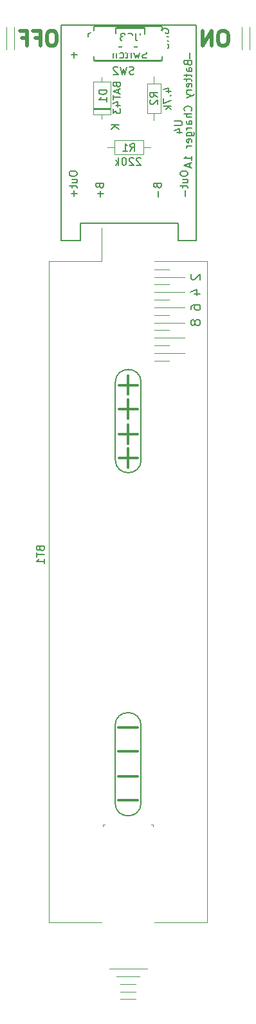
<source format=gbo>
G04 #@! TF.GenerationSoftware,KiCad,Pcbnew,7.0.1*
G04 #@! TF.CreationDate,2023-04-26T20:27:31+02:00*
G04 #@! TF.ProjectId,ispindel_kicad,69737069-6e64-4656-9c5f-6b696361642e,rev?*
G04 #@! TF.SameCoordinates,Original*
G04 #@! TF.FileFunction,Legend,Bot*
G04 #@! TF.FilePolarity,Positive*
%FSLAX46Y46*%
G04 Gerber Fmt 4.6, Leading zero omitted, Abs format (unit mm)*
G04 Created by KiCad (PCBNEW 7.0.1) date 2023-04-26 20:27:31*
%MOMM*%
%LPD*%
G01*
G04 APERTURE LIST*
%ADD10C,0.150000*%
%ADD11C,0.120000*%
%ADD12C,0.500000*%
%ADD13C,0.350000*%
%ADD14C,2.400000*%
%ADD15O,2.400000X2.400000*%
%ADD16R,1.500000X1.500000*%
%ADD17C,1.500000*%
%ADD18C,2.000000*%
%ADD19R,2.000000X2.000000*%
%ADD20O,2.000000X1.600000*%
%ADD21R,2.800000X2.800000*%
%ADD22O,2.200000X3.500000*%
%ADD23R,1.500000X2.500000*%
%ADD24O,1.500000X2.500000*%
%ADD25C,1.400000*%
%ADD26O,1.400000X1.400000*%
%ADD27R,6.350000X17.340000*%
%ADD28R,1.600000X1.600000*%
%ADD29O,1.600000X1.600000*%
G04 APERTURE END LIST*
D10*
X150735260Y-42959270D02*
X150782880Y-42864030D01*
X150782880Y-43149740D02*
X150735260Y-43054500D01*
X149259070Y-43244980D02*
X149259070Y-42578310D01*
X158240770Y-77765980D02*
X158300290Y-77825500D01*
X147878110Y-43244980D02*
X148068590Y-43244980D01*
X157705050Y-77825500D02*
X157764580Y-77765980D01*
X157169340Y-77825500D02*
X157109820Y-77944550D01*
X144342400Y-43542600D02*
X144342400Y-39292600D01*
X157109820Y-72182650D02*
X157169340Y-72301700D01*
D11*
X152294340Y-80063600D02*
X156294340Y-80063600D01*
D10*
X157407440Y-75765980D02*
X157645530Y-75706460D01*
X147232400Y-41762000D02*
X151032400Y-41762000D01*
X151306690Y-42435460D02*
X151259070Y-42340220D01*
X158359820Y-77944550D02*
X158359820Y-78182650D01*
D11*
X152294340Y-76063600D02*
X156294340Y-76063600D01*
X152294340Y-75063600D02*
X154294340Y-75063600D01*
X152294340Y-83063600D02*
X154294340Y-83063600D01*
D10*
X157407440Y-77706460D02*
X157347910Y-77706460D01*
X149259070Y-42244980D02*
X149306690Y-42292600D01*
X151259070Y-42340220D02*
X151211450Y-42292600D01*
D11*
X152294340Y-82063600D02*
X156294340Y-82063600D01*
D10*
X157228860Y-78361220D02*
X157347910Y-78420740D01*
D11*
X133860000Y-42120000D02*
X133860000Y-39120000D01*
D10*
X157526480Y-78361220D02*
X157586010Y-78301700D01*
X150401920Y-42578310D02*
X150211450Y-43244980D01*
X147211450Y-42578310D02*
X147306690Y-42625930D01*
X157466960Y-72420740D02*
X157645530Y-72361220D01*
X157705050Y-78301700D02*
X157645530Y-78182650D01*
D11*
X147828000Y-166120000D02*
X149860000Y-166120000D01*
D10*
X148782880Y-42244980D02*
X148782880Y-43102120D01*
X158359820Y-76182650D02*
X158300290Y-76301700D01*
X158359820Y-71646930D02*
X158359820Y-72420740D01*
X148068590Y-42578310D02*
X147878110Y-42578310D01*
X151259070Y-42625930D02*
X151306690Y-42530700D01*
X157347910Y-77706460D02*
X157228860Y-77765980D01*
X148211450Y-43149740D02*
X148259070Y-43054500D01*
X147232400Y-39262000D02*
X147232400Y-41762000D01*
X150830500Y-43197360D02*
X150782880Y-43149740D01*
X158300290Y-77825500D02*
X158359820Y-77944550D01*
D11*
X152294340Y-77063600D02*
X154294340Y-77063600D01*
D10*
X151211450Y-42292600D02*
X151116210Y-42244980D01*
X157109820Y-76063600D02*
X157169340Y-75944550D01*
X157764580Y-78361220D02*
X157705050Y-78301700D01*
X150878110Y-42244980D02*
X150735260Y-42292600D01*
X147306690Y-42625930D02*
X147354300Y-42673550D01*
X157169340Y-78301700D02*
X157228860Y-78361220D01*
D11*
X164860000Y-39120000D02*
X164860000Y-42120000D01*
D10*
X148640020Y-43244980D02*
X148544780Y-43244980D01*
X149259070Y-42244980D02*
X149259070Y-42340220D01*
X158359820Y-78182650D02*
X158300290Y-78301700D01*
X151116210Y-42721170D02*
X151211450Y-42673550D01*
X150735260Y-43054500D02*
X150735260Y-42959270D01*
X157407440Y-78420740D02*
X157526480Y-78361220D01*
X148925730Y-42578310D02*
X148544780Y-42578310D01*
X157764580Y-77765980D02*
X157883630Y-77706460D01*
X157883630Y-77706460D02*
X158121720Y-77706460D01*
X149211450Y-42292600D02*
X149259070Y-42244980D01*
X157228860Y-77765980D02*
X157169340Y-77825500D01*
X148211450Y-42673550D02*
X148163830Y-42625930D01*
X153342400Y-43542600D02*
X144342400Y-43542600D01*
D11*
X152294340Y-78063600D02*
X156294340Y-78063600D01*
D10*
X157169340Y-72301700D02*
X157228860Y-72361220D01*
D11*
X147828000Y-167120000D02*
X149860000Y-167120000D01*
D10*
X157228860Y-72361220D02*
X157347910Y-72420740D01*
D11*
X147320000Y-164120000D02*
X150368000Y-164120000D01*
D10*
X157109820Y-77944550D02*
X157109820Y-78182650D01*
X151211450Y-42673550D02*
X151259070Y-42625930D01*
X146925730Y-43244980D02*
X146925730Y-42721170D01*
X158300290Y-75825500D02*
X158359820Y-75944550D01*
X157645530Y-77944550D02*
X157586010Y-77825500D01*
X151306690Y-43197360D02*
X151163830Y-43244980D01*
X157109820Y-76301700D02*
X157109820Y-76063600D01*
X148782880Y-43102120D02*
X148735260Y-43197360D01*
X153342400Y-39042600D02*
X153342400Y-43542600D01*
X157169340Y-71765980D02*
X157109820Y-71885030D01*
D11*
X147828000Y-165120000D02*
X149860000Y-165120000D01*
X146360000Y-163120000D02*
X151360000Y-163120000D01*
D10*
X157705050Y-76361220D02*
X157645530Y-76301700D01*
X150020970Y-42768790D02*
X149830500Y-43244980D01*
X158359820Y-75944550D02*
X158359820Y-76182650D01*
X157347910Y-78420740D02*
X157407440Y-78420740D01*
X146973350Y-42625930D02*
X147068590Y-42578310D01*
X158121720Y-75706460D02*
X158240770Y-75765980D01*
X157526480Y-77765980D02*
X157407440Y-77706460D01*
X157645530Y-75706460D02*
X158121720Y-75706460D01*
X144342400Y-39042600D02*
X148842400Y-39042600D01*
X157526480Y-74301700D02*
X158359820Y-74301700D01*
X157109820Y-78182650D02*
X157169340Y-78301700D01*
X148163830Y-43197360D02*
X148211450Y-43149740D01*
X147782880Y-43197360D02*
X147878110Y-43244980D01*
X157586010Y-75944550D02*
X157645530Y-75825500D01*
X157586010Y-78301700D02*
X157645530Y-78182650D01*
X146925730Y-42721170D02*
X146973350Y-42625930D01*
X157228860Y-75885030D02*
X157407440Y-75765980D01*
X158240770Y-75765980D02*
X158300290Y-75825500D01*
X158121720Y-76420740D02*
X157824100Y-76420740D01*
D11*
X152294340Y-72063600D02*
X156294340Y-72063600D01*
D10*
X150925730Y-42768790D02*
X151116210Y-42721170D01*
X157169340Y-75944550D02*
X157228860Y-75885030D01*
X157943150Y-73706460D02*
X157943150Y-74480270D01*
D11*
X152294340Y-79063600D02*
X154294340Y-79063600D01*
D10*
X157705050Y-75765980D02*
X157824100Y-75706460D01*
X158300290Y-76301700D02*
X158240770Y-76361220D01*
X157883630Y-78420740D02*
X157764580Y-78361220D01*
X158300290Y-78301700D02*
X158240770Y-78361220D01*
X157645530Y-77944550D02*
X157705050Y-77825500D01*
X158121720Y-78420740D02*
X157883630Y-78420740D01*
X150782880Y-42864030D02*
X150830500Y-42816410D01*
X148259070Y-42768790D02*
X148211450Y-42673550D01*
X149306690Y-42292600D02*
X149259070Y-42340220D01*
X157645530Y-78182650D02*
X157645530Y-77944550D01*
X151116210Y-42244980D02*
X150878110Y-42244980D01*
X147068590Y-42578310D02*
X147211450Y-42578310D01*
X147354300Y-43244980D02*
X147354300Y-42244980D01*
X157645530Y-72361220D02*
X158359820Y-71646930D01*
X148842400Y-39042600D02*
X153342400Y-39042600D01*
X147878110Y-42578310D02*
X147782880Y-42625930D01*
X157050290Y-74004080D02*
X157943150Y-73706460D01*
X150830500Y-42816410D02*
X150925730Y-42768790D01*
X157586010Y-77825500D02*
X157526480Y-77765980D01*
D11*
X152294340Y-71063600D02*
X154294340Y-71063600D01*
X132860000Y-39120000D02*
X132860000Y-42120000D01*
X152294340Y-81063600D02*
X154294340Y-81063600D01*
D10*
X157347910Y-72420740D02*
X157466960Y-72420740D01*
X157824100Y-76420740D02*
X157705050Y-76361220D01*
X150211450Y-43244980D02*
X150020970Y-42768790D01*
X157645530Y-76301700D02*
X157586010Y-76182650D01*
X158240770Y-78361220D02*
X158121720Y-78420740D01*
X157586010Y-76182650D02*
X157586010Y-75944550D01*
X151163830Y-43244980D02*
X150925730Y-43244980D01*
X148735260Y-43197360D02*
X148640020Y-43244980D01*
X149830500Y-43244980D02*
X149640020Y-42578310D01*
D11*
X163860000Y-39120000D02*
X163860000Y-42120000D01*
D10*
X148259070Y-43054500D02*
X148259070Y-42768790D01*
D11*
X152294340Y-73063600D02*
X154294340Y-73063600D01*
D10*
X158121720Y-77706460D02*
X158240770Y-77765980D01*
X158240770Y-76361220D02*
X158121720Y-76420740D01*
X157228860Y-71706460D02*
X157169340Y-71765980D01*
X148163830Y-42625930D02*
X148068590Y-42578310D01*
X148068590Y-43244980D02*
X148163830Y-43197360D01*
X151032400Y-39262000D02*
X147332400Y-39262000D01*
X144342400Y-39292600D02*
X144342400Y-39042600D01*
X151032400Y-41762000D02*
X151032400Y-39262000D01*
D11*
X152294340Y-74063600D02*
X156294340Y-74063600D01*
D10*
X149259070Y-42340220D02*
X149211450Y-42292600D01*
X157109820Y-71885030D02*
X157109820Y-72182650D01*
X157645530Y-75825500D02*
X157705050Y-75765980D01*
X150925730Y-43244980D02*
X150830500Y-43197360D01*
X151306690Y-42530700D02*
X151306690Y-42435460D01*
D12*
X161563095Y-39625238D02*
X161182142Y-39625238D01*
X161182142Y-39625238D02*
X160991666Y-39720476D01*
X160991666Y-39720476D02*
X160801190Y-39910952D01*
X160801190Y-39910952D02*
X160705952Y-40291904D01*
X160705952Y-40291904D02*
X160705952Y-40958571D01*
X160705952Y-40958571D02*
X160801190Y-41339523D01*
X160801190Y-41339523D02*
X160991666Y-41530000D01*
X160991666Y-41530000D02*
X161182142Y-41625238D01*
X161182142Y-41625238D02*
X161563095Y-41625238D01*
X161563095Y-41625238D02*
X161753571Y-41530000D01*
X161753571Y-41530000D02*
X161944047Y-41339523D01*
X161944047Y-41339523D02*
X162039285Y-40958571D01*
X162039285Y-40958571D02*
X162039285Y-40291904D01*
X162039285Y-40291904D02*
X161944047Y-39910952D01*
X161944047Y-39910952D02*
X161753571Y-39720476D01*
X161753571Y-39720476D02*
X161563095Y-39625238D01*
X159848809Y-41625238D02*
X159848809Y-39625238D01*
X159848809Y-39625238D02*
X158705952Y-41625238D01*
X158705952Y-41625238D02*
X158705952Y-39625238D01*
X139004762Y-39625238D02*
X138623809Y-39625238D01*
X138623809Y-39625238D02*
X138433333Y-39720476D01*
X138433333Y-39720476D02*
X138242857Y-39910952D01*
X138242857Y-39910952D02*
X138147619Y-40291904D01*
X138147619Y-40291904D02*
X138147619Y-40958571D01*
X138147619Y-40958571D02*
X138242857Y-41339523D01*
X138242857Y-41339523D02*
X138433333Y-41530000D01*
X138433333Y-41530000D02*
X138623809Y-41625238D01*
X138623809Y-41625238D02*
X139004762Y-41625238D01*
X139004762Y-41625238D02*
X139195238Y-41530000D01*
X139195238Y-41530000D02*
X139385714Y-41339523D01*
X139385714Y-41339523D02*
X139480952Y-40958571D01*
X139480952Y-40958571D02*
X139480952Y-40291904D01*
X139480952Y-40291904D02*
X139385714Y-39910952D01*
X139385714Y-39910952D02*
X139195238Y-39720476D01*
X139195238Y-39720476D02*
X139004762Y-39625238D01*
X136623809Y-40577619D02*
X137290476Y-40577619D01*
X137290476Y-41625238D02*
X137290476Y-39625238D01*
X137290476Y-39625238D02*
X136338095Y-39625238D01*
X134909523Y-40577619D02*
X135576190Y-40577619D01*
X135576190Y-41625238D02*
X135576190Y-39625238D01*
X135576190Y-39625238D02*
X134623809Y-39625238D01*
D10*
X154962619Y-51538095D02*
X155772142Y-51538095D01*
X155772142Y-51538095D02*
X155867380Y-51585714D01*
X155867380Y-51585714D02*
X155915000Y-51633333D01*
X155915000Y-51633333D02*
X155962619Y-51728571D01*
X155962619Y-51728571D02*
X155962619Y-51919047D01*
X155962619Y-51919047D02*
X155915000Y-52014285D01*
X155915000Y-52014285D02*
X155867380Y-52061904D01*
X155867380Y-52061904D02*
X155772142Y-52109523D01*
X155772142Y-52109523D02*
X154962619Y-52109523D01*
X155295952Y-53014285D02*
X155962619Y-53014285D01*
X154915000Y-52776190D02*
X155629285Y-52538095D01*
X155629285Y-52538095D02*
X155629285Y-53157142D01*
X141738866Y-42419048D02*
X141738866Y-43180953D01*
X142119819Y-42800000D02*
X141357914Y-42800000D01*
X156713809Y-43907141D02*
X156761428Y-44049998D01*
X156761428Y-44049998D02*
X156809047Y-44097617D01*
X156809047Y-44097617D02*
X156904285Y-44145236D01*
X156904285Y-44145236D02*
X157047142Y-44145236D01*
X157047142Y-44145236D02*
X157142380Y-44097617D01*
X157142380Y-44097617D02*
X157190000Y-44049998D01*
X157190000Y-44049998D02*
X157237619Y-43954760D01*
X157237619Y-43954760D02*
X157237619Y-43573808D01*
X157237619Y-43573808D02*
X156237619Y-43573808D01*
X156237619Y-43573808D02*
X156237619Y-43907141D01*
X156237619Y-43907141D02*
X156285238Y-44002379D01*
X156285238Y-44002379D02*
X156332857Y-44049998D01*
X156332857Y-44049998D02*
X156428095Y-44097617D01*
X156428095Y-44097617D02*
X156523333Y-44097617D01*
X156523333Y-44097617D02*
X156618571Y-44049998D01*
X156618571Y-44049998D02*
X156666190Y-44002379D01*
X156666190Y-44002379D02*
X156713809Y-43907141D01*
X156713809Y-43907141D02*
X156713809Y-43573808D01*
X157237619Y-45002379D02*
X156713809Y-45002379D01*
X156713809Y-45002379D02*
X156618571Y-44954760D01*
X156618571Y-44954760D02*
X156570952Y-44859522D01*
X156570952Y-44859522D02*
X156570952Y-44669046D01*
X156570952Y-44669046D02*
X156618571Y-44573808D01*
X157190000Y-45002379D02*
X157237619Y-44907141D01*
X157237619Y-44907141D02*
X157237619Y-44669046D01*
X157237619Y-44669046D02*
X157190000Y-44573808D01*
X157190000Y-44573808D02*
X157094761Y-44526189D01*
X157094761Y-44526189D02*
X156999523Y-44526189D01*
X156999523Y-44526189D02*
X156904285Y-44573808D01*
X156904285Y-44573808D02*
X156856666Y-44669046D01*
X156856666Y-44669046D02*
X156856666Y-44907141D01*
X156856666Y-44907141D02*
X156809047Y-45002379D01*
X156570952Y-45335713D02*
X156570952Y-45716665D01*
X156237619Y-45478570D02*
X157094761Y-45478570D01*
X157094761Y-45478570D02*
X157190000Y-45526189D01*
X157190000Y-45526189D02*
X157237619Y-45621427D01*
X157237619Y-45621427D02*
X157237619Y-45716665D01*
X156570952Y-45907142D02*
X156570952Y-46288094D01*
X156237619Y-46049999D02*
X157094761Y-46049999D01*
X157094761Y-46049999D02*
X157190000Y-46097618D01*
X157190000Y-46097618D02*
X157237619Y-46192856D01*
X157237619Y-46192856D02*
X157237619Y-46288094D01*
X157190000Y-47002380D02*
X157237619Y-46907142D01*
X157237619Y-46907142D02*
X157237619Y-46716666D01*
X157237619Y-46716666D02*
X157190000Y-46621428D01*
X157190000Y-46621428D02*
X157094761Y-46573809D01*
X157094761Y-46573809D02*
X156713809Y-46573809D01*
X156713809Y-46573809D02*
X156618571Y-46621428D01*
X156618571Y-46621428D02*
X156570952Y-46716666D01*
X156570952Y-46716666D02*
X156570952Y-46907142D01*
X156570952Y-46907142D02*
X156618571Y-47002380D01*
X156618571Y-47002380D02*
X156713809Y-47049999D01*
X156713809Y-47049999D02*
X156809047Y-47049999D01*
X156809047Y-47049999D02*
X156904285Y-46573809D01*
X157237619Y-47478571D02*
X156570952Y-47478571D01*
X156761428Y-47478571D02*
X156666190Y-47526190D01*
X156666190Y-47526190D02*
X156618571Y-47573809D01*
X156618571Y-47573809D02*
X156570952Y-47669047D01*
X156570952Y-47669047D02*
X156570952Y-47764285D01*
X156570952Y-48002381D02*
X157237619Y-48240476D01*
X156570952Y-48478571D02*
X157237619Y-48240476D01*
X157237619Y-48240476D02*
X157475714Y-48145238D01*
X157475714Y-48145238D02*
X157523333Y-48097619D01*
X157523333Y-48097619D02*
X157570952Y-48002381D01*
X157142380Y-50192857D02*
X157190000Y-50145238D01*
X157190000Y-50145238D02*
X157237619Y-50002381D01*
X157237619Y-50002381D02*
X157237619Y-49907143D01*
X157237619Y-49907143D02*
X157190000Y-49764286D01*
X157190000Y-49764286D02*
X157094761Y-49669048D01*
X157094761Y-49669048D02*
X156999523Y-49621429D01*
X156999523Y-49621429D02*
X156809047Y-49573810D01*
X156809047Y-49573810D02*
X156666190Y-49573810D01*
X156666190Y-49573810D02*
X156475714Y-49621429D01*
X156475714Y-49621429D02*
X156380476Y-49669048D01*
X156380476Y-49669048D02*
X156285238Y-49764286D01*
X156285238Y-49764286D02*
X156237619Y-49907143D01*
X156237619Y-49907143D02*
X156237619Y-50002381D01*
X156237619Y-50002381D02*
X156285238Y-50145238D01*
X156285238Y-50145238D02*
X156332857Y-50192857D01*
X157237619Y-50621429D02*
X156237619Y-50621429D01*
X157237619Y-51050000D02*
X156713809Y-51050000D01*
X156713809Y-51050000D02*
X156618571Y-51002381D01*
X156618571Y-51002381D02*
X156570952Y-50907143D01*
X156570952Y-50907143D02*
X156570952Y-50764286D01*
X156570952Y-50764286D02*
X156618571Y-50669048D01*
X156618571Y-50669048D02*
X156666190Y-50621429D01*
X157237619Y-51954762D02*
X156713809Y-51954762D01*
X156713809Y-51954762D02*
X156618571Y-51907143D01*
X156618571Y-51907143D02*
X156570952Y-51811905D01*
X156570952Y-51811905D02*
X156570952Y-51621429D01*
X156570952Y-51621429D02*
X156618571Y-51526191D01*
X157190000Y-51954762D02*
X157237619Y-51859524D01*
X157237619Y-51859524D02*
X157237619Y-51621429D01*
X157237619Y-51621429D02*
X157190000Y-51526191D01*
X157190000Y-51526191D02*
X157094761Y-51478572D01*
X157094761Y-51478572D02*
X156999523Y-51478572D01*
X156999523Y-51478572D02*
X156904285Y-51526191D01*
X156904285Y-51526191D02*
X156856666Y-51621429D01*
X156856666Y-51621429D02*
X156856666Y-51859524D01*
X156856666Y-51859524D02*
X156809047Y-51954762D01*
X157237619Y-52430953D02*
X156570952Y-52430953D01*
X156761428Y-52430953D02*
X156666190Y-52478572D01*
X156666190Y-52478572D02*
X156618571Y-52526191D01*
X156618571Y-52526191D02*
X156570952Y-52621429D01*
X156570952Y-52621429D02*
X156570952Y-52716667D01*
X156570952Y-53478572D02*
X157380476Y-53478572D01*
X157380476Y-53478572D02*
X157475714Y-53430953D01*
X157475714Y-53430953D02*
X157523333Y-53383334D01*
X157523333Y-53383334D02*
X157570952Y-53288096D01*
X157570952Y-53288096D02*
X157570952Y-53145239D01*
X157570952Y-53145239D02*
X157523333Y-53050001D01*
X157190000Y-53478572D02*
X157237619Y-53383334D01*
X157237619Y-53383334D02*
X157237619Y-53192858D01*
X157237619Y-53192858D02*
X157190000Y-53097620D01*
X157190000Y-53097620D02*
X157142380Y-53050001D01*
X157142380Y-53050001D02*
X157047142Y-53002382D01*
X157047142Y-53002382D02*
X156761428Y-53002382D01*
X156761428Y-53002382D02*
X156666190Y-53050001D01*
X156666190Y-53050001D02*
X156618571Y-53097620D01*
X156618571Y-53097620D02*
X156570952Y-53192858D01*
X156570952Y-53192858D02*
X156570952Y-53383334D01*
X156570952Y-53383334D02*
X156618571Y-53478572D01*
X157190000Y-54335715D02*
X157237619Y-54240477D01*
X157237619Y-54240477D02*
X157237619Y-54050001D01*
X157237619Y-54050001D02*
X157190000Y-53954763D01*
X157190000Y-53954763D02*
X157094761Y-53907144D01*
X157094761Y-53907144D02*
X156713809Y-53907144D01*
X156713809Y-53907144D02*
X156618571Y-53954763D01*
X156618571Y-53954763D02*
X156570952Y-54050001D01*
X156570952Y-54050001D02*
X156570952Y-54240477D01*
X156570952Y-54240477D02*
X156618571Y-54335715D01*
X156618571Y-54335715D02*
X156713809Y-54383334D01*
X156713809Y-54383334D02*
X156809047Y-54383334D01*
X156809047Y-54383334D02*
X156904285Y-53907144D01*
X157237619Y-54811906D02*
X156570952Y-54811906D01*
X156761428Y-54811906D02*
X156666190Y-54859525D01*
X156666190Y-54859525D02*
X156618571Y-54907144D01*
X156618571Y-54907144D02*
X156570952Y-55002382D01*
X156570952Y-55002382D02*
X156570952Y-55097620D01*
X157237619Y-56716668D02*
X157237619Y-56145240D01*
X157237619Y-56430954D02*
X156237619Y-56430954D01*
X156237619Y-56430954D02*
X156380476Y-56335716D01*
X156380476Y-56335716D02*
X156475714Y-56240478D01*
X156475714Y-56240478D02*
X156523333Y-56145240D01*
X156951904Y-57097621D02*
X156951904Y-57573811D01*
X157237619Y-57002383D02*
X156237619Y-57335716D01*
X156237619Y-57335716D02*
X157237619Y-57669049D01*
X143619819Y-40457142D02*
X143619819Y-39980952D01*
X143619819Y-39980952D02*
X144096009Y-39933333D01*
X144096009Y-39933333D02*
X144048390Y-39980952D01*
X144048390Y-39980952D02*
X144000771Y-40076190D01*
X144000771Y-40076190D02*
X144000771Y-40314285D01*
X144000771Y-40314285D02*
X144048390Y-40409523D01*
X144048390Y-40409523D02*
X144096009Y-40457142D01*
X144096009Y-40457142D02*
X144191247Y-40504761D01*
X144191247Y-40504761D02*
X144429342Y-40504761D01*
X144429342Y-40504761D02*
X144524580Y-40457142D01*
X144524580Y-40457142D02*
X144572200Y-40409523D01*
X144572200Y-40409523D02*
X144619819Y-40314285D01*
X144619819Y-40314285D02*
X144619819Y-40076190D01*
X144619819Y-40076190D02*
X144572200Y-39980952D01*
X144572200Y-39980952D02*
X144524580Y-39933333D01*
X143953152Y-40838095D02*
X144619819Y-41076190D01*
X144619819Y-41076190D02*
X143953152Y-41314285D01*
X156938866Y-42519048D02*
X156938866Y-43280953D01*
X145096009Y-60052381D02*
X145143628Y-60195238D01*
X145143628Y-60195238D02*
X145191247Y-60242857D01*
X145191247Y-60242857D02*
X145286485Y-60290476D01*
X145286485Y-60290476D02*
X145429342Y-60290476D01*
X145429342Y-60290476D02*
X145524580Y-60242857D01*
X145524580Y-60242857D02*
X145572200Y-60195238D01*
X145572200Y-60195238D02*
X145619819Y-60100000D01*
X145619819Y-60100000D02*
X145619819Y-59719048D01*
X145619819Y-59719048D02*
X144619819Y-59719048D01*
X144619819Y-59719048D02*
X144619819Y-60052381D01*
X144619819Y-60052381D02*
X144667438Y-60147619D01*
X144667438Y-60147619D02*
X144715057Y-60195238D01*
X144715057Y-60195238D02*
X144810295Y-60242857D01*
X144810295Y-60242857D02*
X144905533Y-60242857D01*
X144905533Y-60242857D02*
X145000771Y-60195238D01*
X145000771Y-60195238D02*
X145048390Y-60147619D01*
X145048390Y-60147619D02*
X145096009Y-60052381D01*
X145096009Y-60052381D02*
X145096009Y-59719048D01*
X145238866Y-60719048D02*
X145238866Y-61480953D01*
X145619819Y-61100000D02*
X144857914Y-61100000D01*
X153267438Y-39938095D02*
X153219819Y-39842857D01*
X153219819Y-39842857D02*
X153219819Y-39700000D01*
X153219819Y-39700000D02*
X153267438Y-39557143D01*
X153267438Y-39557143D02*
X153362676Y-39461905D01*
X153362676Y-39461905D02*
X153457914Y-39414286D01*
X153457914Y-39414286D02*
X153648390Y-39366667D01*
X153648390Y-39366667D02*
X153791247Y-39366667D01*
X153791247Y-39366667D02*
X153981723Y-39414286D01*
X153981723Y-39414286D02*
X154076961Y-39461905D01*
X154076961Y-39461905D02*
X154172200Y-39557143D01*
X154172200Y-39557143D02*
X154219819Y-39700000D01*
X154219819Y-39700000D02*
X154219819Y-39795238D01*
X154219819Y-39795238D02*
X154172200Y-39938095D01*
X154172200Y-39938095D02*
X154124580Y-39985714D01*
X154124580Y-39985714D02*
X153791247Y-39985714D01*
X153791247Y-39985714D02*
X153791247Y-39795238D01*
X154219819Y-40414286D02*
X153219819Y-40414286D01*
X153219819Y-40414286D02*
X154219819Y-40985714D01*
X154219819Y-40985714D02*
X153219819Y-40985714D01*
X154219819Y-41461905D02*
X153219819Y-41461905D01*
X153219819Y-41461905D02*
X153219819Y-41700000D01*
X153219819Y-41700000D02*
X153267438Y-41842857D01*
X153267438Y-41842857D02*
X153362676Y-41938095D01*
X153362676Y-41938095D02*
X153457914Y-41985714D01*
X153457914Y-41985714D02*
X153648390Y-42033333D01*
X153648390Y-42033333D02*
X153791247Y-42033333D01*
X153791247Y-42033333D02*
X153981723Y-41985714D01*
X153981723Y-41985714D02*
X154076961Y-41938095D01*
X154076961Y-41938095D02*
X154172200Y-41842857D01*
X154172200Y-41842857D02*
X154219819Y-41700000D01*
X154219819Y-41700000D02*
X154219819Y-41461905D01*
X155719819Y-58347619D02*
X155719819Y-58538095D01*
X155719819Y-58538095D02*
X155767438Y-58633333D01*
X155767438Y-58633333D02*
X155862676Y-58728571D01*
X155862676Y-58728571D02*
X156053152Y-58776190D01*
X156053152Y-58776190D02*
X156386485Y-58776190D01*
X156386485Y-58776190D02*
X156576961Y-58728571D01*
X156576961Y-58728571D02*
X156672200Y-58633333D01*
X156672200Y-58633333D02*
X156719819Y-58538095D01*
X156719819Y-58538095D02*
X156719819Y-58347619D01*
X156719819Y-58347619D02*
X156672200Y-58252381D01*
X156672200Y-58252381D02*
X156576961Y-58157143D01*
X156576961Y-58157143D02*
X156386485Y-58109524D01*
X156386485Y-58109524D02*
X156053152Y-58109524D01*
X156053152Y-58109524D02*
X155862676Y-58157143D01*
X155862676Y-58157143D02*
X155767438Y-58252381D01*
X155767438Y-58252381D02*
X155719819Y-58347619D01*
X156053152Y-59633333D02*
X156719819Y-59633333D01*
X156053152Y-59204762D02*
X156576961Y-59204762D01*
X156576961Y-59204762D02*
X156672200Y-59252381D01*
X156672200Y-59252381D02*
X156719819Y-59347619D01*
X156719819Y-59347619D02*
X156719819Y-59490476D01*
X156719819Y-59490476D02*
X156672200Y-59585714D01*
X156672200Y-59585714D02*
X156624580Y-59633333D01*
X156053152Y-59966667D02*
X156053152Y-60347619D01*
X155719819Y-60109524D02*
X156576961Y-60109524D01*
X156576961Y-60109524D02*
X156672200Y-60157143D01*
X156672200Y-60157143D02*
X156719819Y-60252381D01*
X156719819Y-60252381D02*
X156719819Y-60347619D01*
X156338866Y-60680953D02*
X156338866Y-61442858D01*
X152696009Y-60052381D02*
X152743628Y-60195238D01*
X152743628Y-60195238D02*
X152791247Y-60242857D01*
X152791247Y-60242857D02*
X152886485Y-60290476D01*
X152886485Y-60290476D02*
X153029342Y-60290476D01*
X153029342Y-60290476D02*
X153124580Y-60242857D01*
X153124580Y-60242857D02*
X153172200Y-60195238D01*
X153172200Y-60195238D02*
X153219819Y-60100000D01*
X153219819Y-60100000D02*
X153219819Y-59719048D01*
X153219819Y-59719048D02*
X152219819Y-59719048D01*
X152219819Y-59719048D02*
X152219819Y-60052381D01*
X152219819Y-60052381D02*
X152267438Y-60147619D01*
X152267438Y-60147619D02*
X152315057Y-60195238D01*
X152315057Y-60195238D02*
X152410295Y-60242857D01*
X152410295Y-60242857D02*
X152505533Y-60242857D01*
X152505533Y-60242857D02*
X152600771Y-60195238D01*
X152600771Y-60195238D02*
X152648390Y-60147619D01*
X152648390Y-60147619D02*
X152696009Y-60052381D01*
X152696009Y-60052381D02*
X152696009Y-59719048D01*
X152838866Y-60719048D02*
X152838866Y-61480953D01*
X141119819Y-58347619D02*
X141119819Y-58538095D01*
X141119819Y-58538095D02*
X141167438Y-58633333D01*
X141167438Y-58633333D02*
X141262676Y-58728571D01*
X141262676Y-58728571D02*
X141453152Y-58776190D01*
X141453152Y-58776190D02*
X141786485Y-58776190D01*
X141786485Y-58776190D02*
X141976961Y-58728571D01*
X141976961Y-58728571D02*
X142072200Y-58633333D01*
X142072200Y-58633333D02*
X142119819Y-58538095D01*
X142119819Y-58538095D02*
X142119819Y-58347619D01*
X142119819Y-58347619D02*
X142072200Y-58252381D01*
X142072200Y-58252381D02*
X141976961Y-58157143D01*
X141976961Y-58157143D02*
X141786485Y-58109524D01*
X141786485Y-58109524D02*
X141453152Y-58109524D01*
X141453152Y-58109524D02*
X141262676Y-58157143D01*
X141262676Y-58157143D02*
X141167438Y-58252381D01*
X141167438Y-58252381D02*
X141119819Y-58347619D01*
X141453152Y-59633333D02*
X142119819Y-59633333D01*
X141453152Y-59204762D02*
X141976961Y-59204762D01*
X141976961Y-59204762D02*
X142072200Y-59252381D01*
X142072200Y-59252381D02*
X142119819Y-59347619D01*
X142119819Y-59347619D02*
X142119819Y-59490476D01*
X142119819Y-59490476D02*
X142072200Y-59585714D01*
X142072200Y-59585714D02*
X142024580Y-59633333D01*
X141453152Y-59966667D02*
X141453152Y-60347619D01*
X141119819Y-60109524D02*
X141976961Y-60109524D01*
X141976961Y-60109524D02*
X142072200Y-60157143D01*
X142072200Y-60157143D02*
X142119819Y-60252381D01*
X142119819Y-60252381D02*
X142119819Y-60347619D01*
X141738866Y-60680953D02*
X141738866Y-61442858D01*
X142119819Y-61061905D02*
X141357914Y-61061905D01*
X150419104Y-39962619D02*
X150419104Y-40772142D01*
X150419104Y-40772142D02*
X150371485Y-40867380D01*
X150371485Y-40867380D02*
X150323866Y-40915000D01*
X150323866Y-40915000D02*
X150228628Y-40962619D01*
X150228628Y-40962619D02*
X150038152Y-40962619D01*
X150038152Y-40962619D02*
X149942914Y-40915000D01*
X149942914Y-40915000D02*
X149895295Y-40867380D01*
X149895295Y-40867380D02*
X149847676Y-40772142D01*
X149847676Y-40772142D02*
X149847676Y-39962619D01*
X149419104Y-40915000D02*
X149276247Y-40962619D01*
X149276247Y-40962619D02*
X149038152Y-40962619D01*
X149038152Y-40962619D02*
X148942914Y-40915000D01*
X148942914Y-40915000D02*
X148895295Y-40867380D01*
X148895295Y-40867380D02*
X148847676Y-40772142D01*
X148847676Y-40772142D02*
X148847676Y-40676904D01*
X148847676Y-40676904D02*
X148895295Y-40581666D01*
X148895295Y-40581666D02*
X148942914Y-40534047D01*
X148942914Y-40534047D02*
X149038152Y-40486428D01*
X149038152Y-40486428D02*
X149228628Y-40438809D01*
X149228628Y-40438809D02*
X149323866Y-40391190D01*
X149323866Y-40391190D02*
X149371485Y-40343571D01*
X149371485Y-40343571D02*
X149419104Y-40248333D01*
X149419104Y-40248333D02*
X149419104Y-40153095D01*
X149419104Y-40153095D02*
X149371485Y-40057857D01*
X149371485Y-40057857D02*
X149323866Y-40010238D01*
X149323866Y-40010238D02*
X149228628Y-39962619D01*
X149228628Y-39962619D02*
X148990533Y-39962619D01*
X148990533Y-39962619D02*
X148847676Y-40010238D01*
X148085771Y-40438809D02*
X147942914Y-40486428D01*
X147942914Y-40486428D02*
X147895295Y-40534047D01*
X147895295Y-40534047D02*
X147847676Y-40629285D01*
X147847676Y-40629285D02*
X147847676Y-40772142D01*
X147847676Y-40772142D02*
X147895295Y-40867380D01*
X147895295Y-40867380D02*
X147942914Y-40915000D01*
X147942914Y-40915000D02*
X148038152Y-40962619D01*
X148038152Y-40962619D02*
X148419104Y-40962619D01*
X148419104Y-40962619D02*
X148419104Y-39962619D01*
X148419104Y-39962619D02*
X148085771Y-39962619D01*
X148085771Y-39962619D02*
X147990533Y-40010238D01*
X147990533Y-40010238D02*
X147942914Y-40057857D01*
X147942914Y-40057857D02*
X147895295Y-40153095D01*
X147895295Y-40153095D02*
X147895295Y-40248333D01*
X147895295Y-40248333D02*
X147942914Y-40343571D01*
X147942914Y-40343571D02*
X147990533Y-40391190D01*
X147990533Y-40391190D02*
X148085771Y-40438809D01*
X148085771Y-40438809D02*
X148419104Y-40438809D01*
X149583932Y-45340800D02*
X149441075Y-45388419D01*
X149441075Y-45388419D02*
X149202980Y-45388419D01*
X149202980Y-45388419D02*
X149107742Y-45340800D01*
X149107742Y-45340800D02*
X149060123Y-45293180D01*
X149060123Y-45293180D02*
X149012504Y-45197942D01*
X149012504Y-45197942D02*
X149012504Y-45102704D01*
X149012504Y-45102704D02*
X149060123Y-45007466D01*
X149060123Y-45007466D02*
X149107742Y-44959847D01*
X149107742Y-44959847D02*
X149202980Y-44912228D01*
X149202980Y-44912228D02*
X149393456Y-44864609D01*
X149393456Y-44864609D02*
X149488694Y-44816990D01*
X149488694Y-44816990D02*
X149536313Y-44769371D01*
X149536313Y-44769371D02*
X149583932Y-44674133D01*
X149583932Y-44674133D02*
X149583932Y-44578895D01*
X149583932Y-44578895D02*
X149536313Y-44483657D01*
X149536313Y-44483657D02*
X149488694Y-44436038D01*
X149488694Y-44436038D02*
X149393456Y-44388419D01*
X149393456Y-44388419D02*
X149155361Y-44388419D01*
X149155361Y-44388419D02*
X149012504Y-44436038D01*
X148679170Y-44388419D02*
X148441075Y-45388419D01*
X148441075Y-45388419D02*
X148250599Y-44674133D01*
X148250599Y-44674133D02*
X148060123Y-45388419D01*
X148060123Y-45388419D02*
X147822028Y-44388419D01*
X147488694Y-44483657D02*
X147441075Y-44436038D01*
X147441075Y-44436038D02*
X147345837Y-44388419D01*
X147345837Y-44388419D02*
X147107742Y-44388419D01*
X147107742Y-44388419D02*
X147012504Y-44436038D01*
X147012504Y-44436038D02*
X146964885Y-44483657D01*
X146964885Y-44483657D02*
X146917266Y-44578895D01*
X146917266Y-44578895D02*
X146917266Y-44674133D01*
X146917266Y-44674133D02*
X146964885Y-44816990D01*
X146964885Y-44816990D02*
X147536313Y-45388419D01*
X147536313Y-45388419D02*
X146917266Y-45388419D01*
X149137666Y-55487619D02*
X149470999Y-55011428D01*
X149709094Y-55487619D02*
X149709094Y-54487619D01*
X149709094Y-54487619D02*
X149328142Y-54487619D01*
X149328142Y-54487619D02*
X149232904Y-54535238D01*
X149232904Y-54535238D02*
X149185285Y-54582857D01*
X149185285Y-54582857D02*
X149137666Y-54678095D01*
X149137666Y-54678095D02*
X149137666Y-54820952D01*
X149137666Y-54820952D02*
X149185285Y-54916190D01*
X149185285Y-54916190D02*
X149232904Y-54963809D01*
X149232904Y-54963809D02*
X149328142Y-55011428D01*
X149328142Y-55011428D02*
X149709094Y-55011428D01*
X148185285Y-55487619D02*
X148756713Y-55487619D01*
X148470999Y-55487619D02*
X148470999Y-54487619D01*
X148470999Y-54487619D02*
X148566237Y-54630476D01*
X148566237Y-54630476D02*
X148661475Y-54725714D01*
X148661475Y-54725714D02*
X148756713Y-54773333D01*
X150517856Y-56457857D02*
X150470237Y-56410238D01*
X150470237Y-56410238D02*
X150374999Y-56362619D01*
X150374999Y-56362619D02*
X150136904Y-56362619D01*
X150136904Y-56362619D02*
X150041666Y-56410238D01*
X150041666Y-56410238D02*
X149994047Y-56457857D01*
X149994047Y-56457857D02*
X149946428Y-56553095D01*
X149946428Y-56553095D02*
X149946428Y-56648333D01*
X149946428Y-56648333D02*
X149994047Y-56791190D01*
X149994047Y-56791190D02*
X150565475Y-57362619D01*
X150565475Y-57362619D02*
X149946428Y-57362619D01*
X149565475Y-56457857D02*
X149517856Y-56410238D01*
X149517856Y-56410238D02*
X149422618Y-56362619D01*
X149422618Y-56362619D02*
X149184523Y-56362619D01*
X149184523Y-56362619D02*
X149089285Y-56410238D01*
X149089285Y-56410238D02*
X149041666Y-56457857D01*
X149041666Y-56457857D02*
X148994047Y-56553095D01*
X148994047Y-56553095D02*
X148994047Y-56648333D01*
X148994047Y-56648333D02*
X149041666Y-56791190D01*
X149041666Y-56791190D02*
X149613094Y-57362619D01*
X149613094Y-57362619D02*
X148994047Y-57362619D01*
X148374999Y-56362619D02*
X148279761Y-56362619D01*
X148279761Y-56362619D02*
X148184523Y-56410238D01*
X148184523Y-56410238D02*
X148136904Y-56457857D01*
X148136904Y-56457857D02*
X148089285Y-56553095D01*
X148089285Y-56553095D02*
X148041666Y-56743571D01*
X148041666Y-56743571D02*
X148041666Y-56981666D01*
X148041666Y-56981666D02*
X148089285Y-57172142D01*
X148089285Y-57172142D02*
X148136904Y-57267380D01*
X148136904Y-57267380D02*
X148184523Y-57315000D01*
X148184523Y-57315000D02*
X148279761Y-57362619D01*
X148279761Y-57362619D02*
X148374999Y-57362619D01*
X148374999Y-57362619D02*
X148470237Y-57315000D01*
X148470237Y-57315000D02*
X148517856Y-57267380D01*
X148517856Y-57267380D02*
X148565475Y-57172142D01*
X148565475Y-57172142D02*
X148613094Y-56981666D01*
X148613094Y-56981666D02*
X148613094Y-56743571D01*
X148613094Y-56743571D02*
X148565475Y-56553095D01*
X148565475Y-56553095D02*
X148517856Y-56457857D01*
X148517856Y-56457857D02*
X148470237Y-56410238D01*
X148470237Y-56410238D02*
X148374999Y-56362619D01*
X147613094Y-57362619D02*
X147613094Y-56362619D01*
X147517856Y-56981666D02*
X147232142Y-57362619D01*
X147232142Y-56695952D02*
X147613094Y-57076904D01*
X137283809Y-107814885D02*
X137331428Y-107957742D01*
X137331428Y-107957742D02*
X137379047Y-108005361D01*
X137379047Y-108005361D02*
X137474285Y-108052980D01*
X137474285Y-108052980D02*
X137617142Y-108052980D01*
X137617142Y-108052980D02*
X137712380Y-108005361D01*
X137712380Y-108005361D02*
X137760000Y-107957742D01*
X137760000Y-107957742D02*
X137807619Y-107862504D01*
X137807619Y-107862504D02*
X137807619Y-107481552D01*
X137807619Y-107481552D02*
X136807619Y-107481552D01*
X136807619Y-107481552D02*
X136807619Y-107814885D01*
X136807619Y-107814885D02*
X136855238Y-107910123D01*
X136855238Y-107910123D02*
X136902857Y-107957742D01*
X136902857Y-107957742D02*
X136998095Y-108005361D01*
X136998095Y-108005361D02*
X137093333Y-108005361D01*
X137093333Y-108005361D02*
X137188571Y-107957742D01*
X137188571Y-107957742D02*
X137236190Y-107910123D01*
X137236190Y-107910123D02*
X137283809Y-107814885D01*
X137283809Y-107814885D02*
X137283809Y-107481552D01*
X136807619Y-108338695D02*
X136807619Y-108910123D01*
X137807619Y-108624409D02*
X136807619Y-108624409D01*
X137807619Y-109767266D02*
X137807619Y-109195838D01*
X137807619Y-109481552D02*
X136807619Y-109481552D01*
X136807619Y-109481552D02*
X136950476Y-109386314D01*
X136950476Y-109386314D02*
X137045714Y-109291076D01*
X137045714Y-109291076D02*
X137093333Y-109195838D01*
X152737619Y-48372733D02*
X152261428Y-48039400D01*
X152737619Y-47801305D02*
X151737619Y-47801305D01*
X151737619Y-47801305D02*
X151737619Y-48182257D01*
X151737619Y-48182257D02*
X151785238Y-48277495D01*
X151785238Y-48277495D02*
X151832857Y-48325114D01*
X151832857Y-48325114D02*
X151928095Y-48372733D01*
X151928095Y-48372733D02*
X152070952Y-48372733D01*
X152070952Y-48372733D02*
X152166190Y-48325114D01*
X152166190Y-48325114D02*
X152213809Y-48277495D01*
X152213809Y-48277495D02*
X152261428Y-48182257D01*
X152261428Y-48182257D02*
X152261428Y-47801305D01*
X151832857Y-48753686D02*
X151785238Y-48801305D01*
X151785238Y-48801305D02*
X151737619Y-48896543D01*
X151737619Y-48896543D02*
X151737619Y-49134638D01*
X151737619Y-49134638D02*
X151785238Y-49229876D01*
X151785238Y-49229876D02*
X151832857Y-49277495D01*
X151832857Y-49277495D02*
X151928095Y-49325114D01*
X151928095Y-49325114D02*
X152023333Y-49325114D01*
X152023333Y-49325114D02*
X152166190Y-49277495D01*
X152166190Y-49277495D02*
X152737619Y-48706067D01*
X152737619Y-48706067D02*
X152737619Y-49325114D01*
X153845952Y-47646428D02*
X154512619Y-47646428D01*
X153465000Y-47408333D02*
X154179285Y-47170238D01*
X154179285Y-47170238D02*
X154179285Y-47789285D01*
X154417380Y-48170238D02*
X154465000Y-48217857D01*
X154465000Y-48217857D02*
X154512619Y-48170238D01*
X154512619Y-48170238D02*
X154465000Y-48122619D01*
X154465000Y-48122619D02*
X154417380Y-48170238D01*
X154417380Y-48170238D02*
X154512619Y-48170238D01*
X153512619Y-48551190D02*
X153512619Y-49217856D01*
X153512619Y-49217856D02*
X154512619Y-48789285D01*
X154512619Y-49598809D02*
X153512619Y-49598809D01*
X154131666Y-49694047D02*
X154512619Y-49979761D01*
X153845952Y-49979761D02*
X154226904Y-49598809D01*
X146012619Y-47461905D02*
X145012619Y-47461905D01*
X145012619Y-47461905D02*
X145012619Y-47700000D01*
X145012619Y-47700000D02*
X145060238Y-47842857D01*
X145060238Y-47842857D02*
X145155476Y-47938095D01*
X145155476Y-47938095D02*
X145250714Y-47985714D01*
X145250714Y-47985714D02*
X145441190Y-48033333D01*
X145441190Y-48033333D02*
X145584047Y-48033333D01*
X145584047Y-48033333D02*
X145774523Y-47985714D01*
X145774523Y-47985714D02*
X145869761Y-47938095D01*
X145869761Y-47938095D02*
X145965000Y-47842857D01*
X145965000Y-47842857D02*
X146012619Y-47700000D01*
X146012619Y-47700000D02*
X146012619Y-47461905D01*
X146012619Y-48985714D02*
X146012619Y-48414286D01*
X146012619Y-48700000D02*
X145012619Y-48700000D01*
X145012619Y-48700000D02*
X145155476Y-48604762D01*
X145155476Y-48604762D02*
X145250714Y-48509524D01*
X145250714Y-48509524D02*
X145298333Y-48414286D01*
X147338809Y-46759523D02*
X147386428Y-46902380D01*
X147386428Y-46902380D02*
X147434047Y-46949999D01*
X147434047Y-46949999D02*
X147529285Y-46997618D01*
X147529285Y-46997618D02*
X147672142Y-46997618D01*
X147672142Y-46997618D02*
X147767380Y-46949999D01*
X147767380Y-46949999D02*
X147815000Y-46902380D01*
X147815000Y-46902380D02*
X147862619Y-46807142D01*
X147862619Y-46807142D02*
X147862619Y-46426190D01*
X147862619Y-46426190D02*
X146862619Y-46426190D01*
X146862619Y-46426190D02*
X146862619Y-46759523D01*
X146862619Y-46759523D02*
X146910238Y-46854761D01*
X146910238Y-46854761D02*
X146957857Y-46902380D01*
X146957857Y-46902380D02*
X147053095Y-46949999D01*
X147053095Y-46949999D02*
X147148333Y-46949999D01*
X147148333Y-46949999D02*
X147243571Y-46902380D01*
X147243571Y-46902380D02*
X147291190Y-46854761D01*
X147291190Y-46854761D02*
X147338809Y-46759523D01*
X147338809Y-46759523D02*
X147338809Y-46426190D01*
X147576904Y-47378571D02*
X147576904Y-47854761D01*
X147862619Y-47283333D02*
X146862619Y-47616666D01*
X146862619Y-47616666D02*
X147862619Y-47949999D01*
X146862619Y-48140476D02*
X146862619Y-48711904D01*
X147862619Y-48426190D02*
X146862619Y-48426190D01*
X147195952Y-49473809D02*
X147862619Y-49473809D01*
X146815000Y-49235714D02*
X147529285Y-48997619D01*
X147529285Y-48997619D02*
X147529285Y-49616666D01*
X146862619Y-49902381D02*
X146862619Y-50521428D01*
X146862619Y-50521428D02*
X147243571Y-50188095D01*
X147243571Y-50188095D02*
X147243571Y-50330952D01*
X147243571Y-50330952D02*
X147291190Y-50426190D01*
X147291190Y-50426190D02*
X147338809Y-50473809D01*
X147338809Y-50473809D02*
X147434047Y-50521428D01*
X147434047Y-50521428D02*
X147672142Y-50521428D01*
X147672142Y-50521428D02*
X147767380Y-50473809D01*
X147767380Y-50473809D02*
X147815000Y-50426190D01*
X147815000Y-50426190D02*
X147862619Y-50330952D01*
X147862619Y-50330952D02*
X147862619Y-50045238D01*
X147862619Y-50045238D02*
X147815000Y-49950000D01*
X147815000Y-49950000D02*
X147767380Y-49902381D01*
X147677619Y-52062095D02*
X146677619Y-52062095D01*
X147677619Y-52633523D02*
X147106190Y-52204952D01*
X146677619Y-52633523D02*
X147249047Y-52062095D01*
X140057200Y-38900000D02*
X140057200Y-65200000D01*
X155457200Y-67300000D02*
X155757200Y-67300000D01*
X155757200Y-67300000D02*
X157857200Y-67300000D01*
X140057200Y-67300000D02*
X142557200Y-67300000D01*
X147257200Y-39300000D02*
X147257200Y-41800000D01*
X157857200Y-67300000D02*
X157857200Y-38900000D01*
X147257200Y-41800000D02*
X151057200Y-41800000D01*
X142557200Y-67300000D02*
X142557200Y-65000000D01*
X155457200Y-65200000D02*
X155457200Y-67300000D01*
X155457200Y-65000000D02*
X155457200Y-65300000D01*
X142557200Y-65000000D02*
X155457200Y-65000000D01*
X151057200Y-39300000D02*
X147357200Y-39300000D01*
X157857200Y-38900000D02*
X140057200Y-38900000D01*
X140057200Y-65200000D02*
X140057200Y-67300000D01*
X151057200Y-41800000D02*
X151057200Y-39300000D01*
X144550600Y-39025800D02*
X146750600Y-39025800D01*
X144550600Y-43625800D02*
X153150600Y-43625800D01*
X150850600Y-39025800D02*
X153150600Y-39025800D01*
D11*
X151841000Y-54991000D02*
X150891000Y-54991000D01*
X150891000Y-54071000D02*
X150891000Y-55911000D01*
X146101000Y-54991000D02*
X147051000Y-54991000D01*
X147051000Y-54071000D02*
X150891000Y-54071000D01*
X147051000Y-55911000D02*
X147051000Y-54071000D01*
X150891000Y-55911000D02*
X147051000Y-55911000D01*
D10*
X150555000Y-141290600D02*
X150555000Y-131105200D01*
X147151400Y-141290600D02*
X147151400Y-131105200D01*
D13*
X150125000Y-86290600D02*
X147625000Y-86290600D01*
D11*
X138425000Y-156975600D02*
X138405000Y-69960600D01*
D13*
X150095000Y-137790600D02*
X147595000Y-137790600D01*
X150095000Y-131350600D02*
X147595000Y-131350600D01*
D11*
X159285000Y-156975600D02*
X159285000Y-69960600D01*
X152147000Y-144160600D02*
X151893000Y-144160600D01*
D13*
X148875000Y-91480600D02*
X148875000Y-93980600D01*
D11*
X138405000Y-69960600D02*
X145405000Y-69960600D01*
D13*
X150125000Y-89450600D02*
X147625000Y-89450600D01*
D11*
X145543000Y-144160600D02*
X145797000Y-144160600D01*
D10*
X147173200Y-96117800D02*
X147173200Y-85932400D01*
D13*
X150125000Y-92730600D02*
X147625000Y-92730600D01*
D11*
X152285000Y-156975600D02*
X159285000Y-156975600D01*
D13*
X150125000Y-95890600D02*
X147625000Y-95890600D01*
D11*
X159285000Y-69960600D02*
X152285000Y-69960600D01*
D13*
X150095000Y-134510600D02*
X147595000Y-134510600D01*
X148875000Y-88200600D02*
X148875000Y-90700600D01*
X148875000Y-94640600D02*
X148875000Y-97140600D01*
D11*
X152147000Y-144414600D02*
X152147000Y-144160600D01*
D13*
X148875000Y-85040600D02*
X148875000Y-87540600D01*
D11*
X145543000Y-144414600D02*
X145543000Y-144160600D01*
D13*
X150095000Y-140950600D02*
X147595000Y-140950600D01*
D10*
X150576800Y-96117800D02*
X150576800Y-85932400D01*
D11*
X145405000Y-69960600D02*
X145405000Y-65600600D01*
X145405000Y-156975600D02*
X138425000Y-156975600D01*
D10*
X147173200Y-96117800D02*
G75*
G03*
X150576800Y-96117800I1701800J0D01*
G01*
X150576800Y-85932400D02*
G75*
G03*
X147173200Y-85932400I-1701800J0D01*
G01*
X150555000Y-131105200D02*
G75*
G03*
X147151400Y-131105200I-1701800J0D01*
G01*
X147151400Y-141290600D02*
G75*
G03*
X150555000Y-141290600I1701800J0D01*
G01*
D11*
X153193000Y-50459400D02*
X151353000Y-50459400D01*
X152273000Y-51409400D02*
X152273000Y-50459400D01*
X151353000Y-46619400D02*
X153193000Y-46619400D01*
X151353000Y-50459400D02*
X151353000Y-46619400D01*
X153193000Y-46619400D02*
X153193000Y-50459400D01*
X152273000Y-45669400D02*
X152273000Y-46619400D01*
X145415000Y-45744000D02*
X145415000Y-46394000D01*
X146535000Y-46394000D02*
X146535000Y-50634000D01*
X146535000Y-50634000D02*
X144295000Y-50634000D01*
X144295000Y-46394000D02*
X146535000Y-46394000D01*
X146535000Y-49914000D02*
X144295000Y-49914000D01*
X144295000Y-50634000D02*
X144295000Y-46394000D01*
X146535000Y-50034000D02*
X144295000Y-50034000D01*
X145415000Y-51284000D02*
X145415000Y-50634000D01*
X146535000Y-49794000D02*
X144295000Y-49794000D01*
%LPC*%
D14*
X160909000Y-95275400D03*
D15*
X160909000Y-115595400D03*
D16*
X146278600Y-140009200D03*
D17*
X148818600Y-140009200D03*
X151358600Y-140009200D03*
D18*
X141833600Y-117373400D03*
X141833600Y-119913400D03*
X141833600Y-122453400D03*
X141833600Y-124993400D03*
D19*
X137492600Y-46786800D03*
D20*
X137492600Y-49326800D03*
X137492600Y-51866800D03*
X137492600Y-56946800D03*
X160352600Y-64566800D03*
X160352600Y-62026800D03*
X160352600Y-59486800D03*
X160352600Y-56946800D03*
D21*
X141757200Y-40600000D03*
X155957200Y-40600000D03*
X141757200Y-63500000D03*
X156257200Y-63500000D03*
X145257200Y-63500000D03*
X152857200Y-63500000D03*
D22*
X144750600Y-41325800D03*
X152950600Y-41325800D03*
D23*
X146850600Y-41325800D03*
D24*
X148850600Y-41325800D03*
X150850600Y-41325800D03*
D25*
X152781000Y-54991000D03*
D26*
X145161000Y-54991000D03*
D27*
X148845000Y-74310600D03*
X148845000Y-152923600D03*
D25*
X152273000Y-52349400D03*
D26*
X152273000Y-44729400D03*
D28*
X145415000Y-52324000D03*
D29*
X145415000Y-44704000D03*
M02*

</source>
